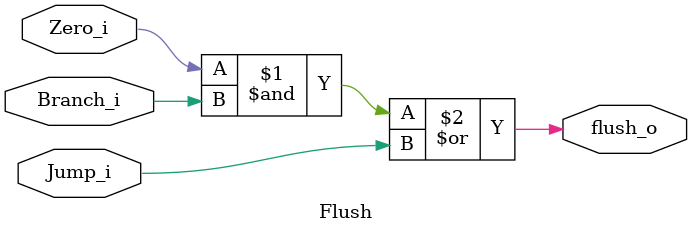
<source format=v>
module Flush(
    Jump_i,
    Branch_i,
    Zero_i,
    flush_o
);

input				Jump_i, Branch_i, Zero_i;
output				flush_o;

assign flush_o = (Zero_i & Branch_i) | Jump_i;

endmodule


// Check 
// Note : (Zero_i & Branch_i) Do at here is not quite good

</source>
